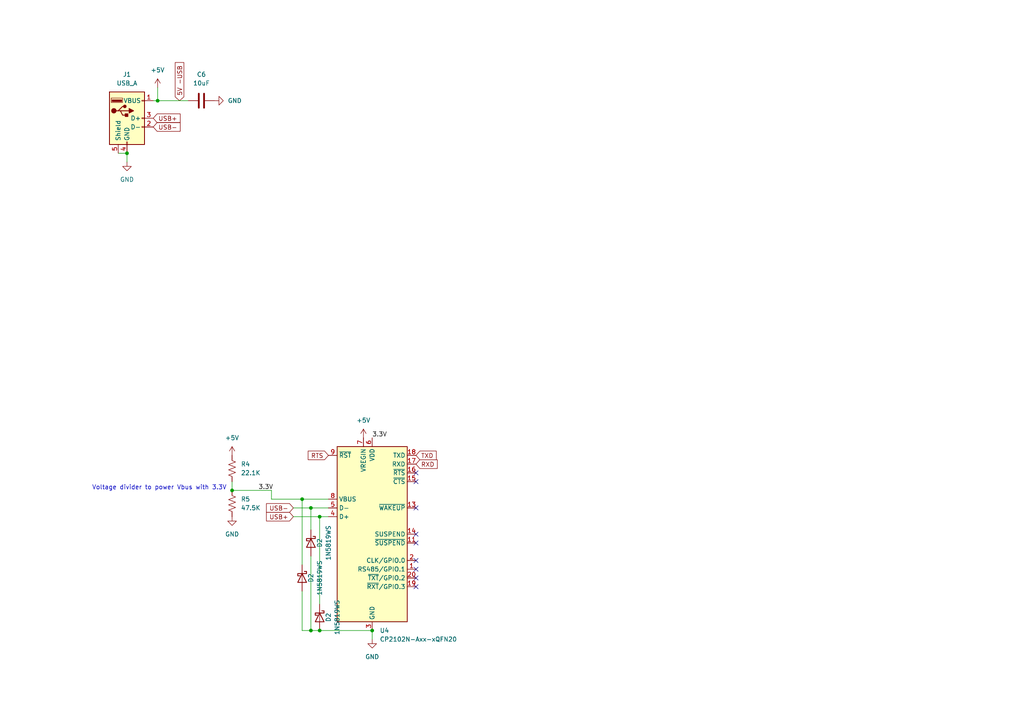
<source format=kicad_sch>
(kicad_sch (version 20230121) (generator eeschema)
  (paper "A4")
  (lib_symbols
    (symbol "Connector:USB_A" (pin_names (offset 1.016))
      (property "Reference" "J" (at -5.08 11.43 0))
      (property "Value" "USB_A" (at -5.08 8.89 0))
      (symbol "USB_A_0_1"
        (rectangle (start -5.08 -7.62) (end 5.08 7.62) (stroke (width 0.254)) (fill (type background)))
        (circle (center -3.81 2.159) (radius 0.635) (stroke (width 0.254)) (fill (type outline)))
        (rectangle (start -1.524 4.826) (end -4.318 5.334) (fill (type outline)))
        (rectangle (start -1.27 4.572) (end -4.572 5.842))
        (circle (center -0.635 3.429) (radius 0.381) (stroke (width 0.254)) (fill (type outline)))
        (rectangle (start -0.127 -7.62) (end 0.127 -6.858))
        (polyline (pts (xy -3.175 2.159) (xy -2.54 2.159) (xy -1.27 3.429) (xy -0.635 3.429)) (stroke (width 0.254)))
        (polyline (pts (xy -2.54 2.159) (xy -1.905 2.159) (xy -1.27 0.889) (xy 0 0.889)) (stroke (width 0.254)))
        (polyline (pts (xy 0.635 2.794) (xy 0.635 1.524) (xy 1.905 2.159) (xy 0.635 2.794)) (stroke (width 0.254)) (fill (type outline)))
        (rectangle (start 0.254 1.27) (end -0.508 0.508) (stroke (width 0.254)) (fill (type outline)))
        (rectangle (start 5.08 -2.667) (end 4.318 -2.413))
        (rectangle (start 5.08 -0.127) (end 4.318 0.127))
        (rectangle (start 5.08 4.953) (end 4.318 5.207))
      )
      (symbol "USB_A_1_1"
        (polyline (pts (xy -1.905 2.159) (xy 0.635 2.159)) (stroke (width 0.254)))
        (pin power_in line (at 7.62 5.08 180) (length 2.54) (name "VBUS") (number "1"))
        (pin bidirectional line (at 7.62 -2.54 180) (length 2.54) (name "D-") (number "2"))
        (pin bidirectional line (at 7.62 0 180) (length 2.54) (name "D+") (number "3"))
        (pin power_in line (at 0 -10.16 90) (length 2.54) (name "GND") (number "4"))
        (pin passive line (at -2.54 -10.16 90) (length 2.54) (name "Shield") (number "5"))
      )
    )
    (symbol "Device:C" (pin_numbers hide) (pin_names (offset 0.254))
      (property "Reference" "C" (at 0.635 2.54 0))
      (property "Value" "C" (at 0.635 -2.54 0))
      (symbol "C_0_1"
        (polyline (pts (xy -2.032 -0.762) (xy 2.032 -0.762)) (stroke (width 0.508)))
        (polyline (pts (xy -2.032 0.762) (xy 2.032 0.762)) (stroke (width 0.508)))
      )
      (symbol "C_1_1"
        (pin passive line (at 0 3.81 270) (length 2.794) (name "~") (number "1"))
        (pin passive line (at 0 -3.81 90) (length 2.794) (name "~") (number "2"))
      )
    )
    (symbol "Device:R_US" (pin_numbers hide) (pin_names (offset 0))
      (property "Reference" "R" (at 2.54 0 90))
      (property "Value" "R_US" (at -2.54 0 90))
      (symbol "R_US_0_1"
        (polyline (pts (xy 0 -2.286) (xy 0 -2.54)))
        (polyline (pts (xy 0 2.286) (xy 0 2.54)))
        (polyline (pts (xy 0 -0.762) (xy 1.016 -1.143) (xy 0 -1.524) (xy -1.016 -1.905) (xy 0 -2.286)))
        (polyline (pts (xy 0 0.762) (xy 1.016 0.381) (xy 0 0) (xy -1.016 -0.381) (xy 0 -0.762)))
        (polyline (pts (xy 0 2.286) (xy 1.016 1.905) (xy 0 1.524) (xy -1.016 1.143) (xy 0 0.762)))
      )
      (symbol "R_US_1_1"
        (pin passive line (at 0 3.81 270) (length 1.27) (name "~") (number "1"))
        (pin passive line (at 0 -3.81 90) (length 1.27) (name "~") (number "2"))
      )
    )
    (symbol "Diode:1N5819WS" (pin_numbers hide) (pin_names (offset 1.016) hide)
      (property "Reference" "D" (at 0 2.54 0))
      (property "Value" "1N5819WS" (at 0 -2.54 0))
      (symbol "1N5819WS_0_1"
        (polyline (pts (xy 1.27 0) (xy -1.27 0)))
        (polyline (pts (xy 1.27 1.27) (xy 1.27 -1.27) (xy -1.27 0) (xy 1.27 1.27)) (stroke (width 0.254)))
        (polyline (pts (xy -1.905 0.635) (xy -1.905 1.27) (xy -1.27 1.27) (xy -1.27 -1.27) (xy -0.635 -1.27) (xy -0.635 -0.635)) (stroke (width 0.254)))
      )
      (symbol "1N5819WS_1_1"
        (pin passive line (at -3.81 0 0) (length 2.54) (name "K") (number "1"))
        (pin passive line (at 3.81 0 180) (length 2.54) (name "A") (number "2"))
      )
    )
    (symbol "Interface_USB:CP2102N-Axx-xQFN20"
      (property "Reference" "U" (at -8.89 26.67 0))
      (property "Value" "CP2102N-Axx-xQFN20" (at 12.7 26.67 0))
      (symbol "CP2102N-Axx-xQFN20_0_1"
        (rectangle (start -10.16 25.4) (end 10.16 -25.4) (stroke (width 0.254)) (fill (type background)))
      )
      (symbol "CP2102N-Axx-xQFN20_1_1"
        (pin bidirectional line (at 12.7 -10.16 180) (length 2.54) (name "RS485/GPIO.1") (number "1"))
        (pin no_connect line (at -10.16 -22.86 0) (length 2.54) hide (name "NC") (number "10"))
        (pin output line (at 12.7 -2.54 180) (length 2.54) (name "~{SUSPEND}") (number "11"))
        (pin passive line (at 0 -27.94 90) (length 2.54) hide (name "GND") (number "12"))
        (pin input line (at 12.7 7.62 180) (length 2.54) (name "~{WAKEUP}") (number "13"))
        (pin output line (at 12.7 0 180) (length 2.54) (name "SUSPEND") (number "14"))
        (pin input line (at 12.7 15.24 180) (length 2.54) (name "~{CTS}") (number "15"))
        (pin output line (at 12.7 17.78 180) (length 2.54) (name "~{RTS}") (number "16"))
        (pin input line (at 12.7 20.32 180) (length 2.54) (name "RXD") (number "17"))
        (pin output line (at 12.7 22.86 180) (length 2.54) (name "TXD") (number "18"))
        (pin bidirectional line (at 12.7 -15.24 180) (length 2.54) (name "~{RXT}/GPIO.3") (number "19"))
        (pin bidirectional line (at 12.7 -7.62 180) (length 2.54) (name "CLK/GPIO.0") (number "2"))
        (pin bidirectional line (at 12.7 -12.7 180) (length 2.54) (name "~{TXT}/GPIO.2") (number "20"))
        (pin passive line (at 0 -27.94 90) (length 2.54) hide (name "GND") (number "21"))
        (pin power_in line (at 0 -27.94 90) (length 2.54) (name "GND") (number "3"))
        (pin bidirectional line (at -12.7 5.08 0) (length 2.54) (name "D+") (number "4"))
        (pin bidirectional line (at -12.7 7.62 0) (length 2.54) (name "D-") (number "5"))
        (pin power_in line (at 0 27.94 270) (length 2.54) (name "VDD") (number "6"))
        (pin power_in line (at -2.54 27.94 270) (length 2.54) (name "VREGIN") (number "7"))
        (pin input line (at -12.7 10.16 0) (length 2.54) (name "VBUS") (number "8"))
        (pin input line (at -12.7 22.86 0) (length 2.54) (name "~{RST}") (number "9"))
      )
    )
    (symbol "power:+5V" (power) (pin_names (offset 0))
      (property "Value" "+5V" (at 0 3.556 0))
      (symbol "+5V_0_1"
        (polyline (pts (xy -0.762 1.27) (xy 0 2.54)))
        (polyline (pts (xy 0 0) (xy 0 2.54)))
        (polyline (pts (xy 0 2.54) (xy 0.762 1.27)))
      )
      (symbol "+5V_1_1"
        (pin power_in line (at 0 0 90) (length 0) hide (name "+5V") (number "1"))
      )
    )
    (symbol "power:GND" (power) (pin_names (offset 0))
      (property "Value" "GND" (at 0 -3.81 0))
      (symbol "GND_0_1"
        (polyline (pts (xy 0 0) (xy 0 -1.27) (xy 1.27 -1.27) (xy 0 -2.54) (xy -1.27 -1.27) (xy 0 -1.27)))
      )
      (symbol "GND_1_1"
        (pin power_in line (at 0 0 270) (length 0) hide (name "GND") (number "1"))
      )
    )
  )
  (junction (at 92.71 182.88))
  (junction (at 90.17 147.32))
  (junction (at 90.17 182.88))
  (junction (at 67.31 142.24))
  (junction (at 36.83 44.45))
  (junction (at 107.95 182.88))
  (junction (at 92.71 149.86))
  (junction (at 87.63 144.78))
  (junction (at 45.72 29.21))
  (no_connect (at 120.65 157.48))
  (no_connect (at 120.65 137.16))
  (no_connect (at 120.65 154.94))
  (no_connect (at 120.65 162.56))
  (no_connect (at 120.65 170.18))
  (no_connect (at 120.65 147.32))
  (no_connect (at 120.65 165.1))
  (no_connect (at 120.65 139.7))
  (no_connect (at 120.65 167.64))
  (wire (pts (xy 107.95 182.88) (xy 107.95 185.42)))
  (wire (pts (xy 87.63 144.78) (xy 78.74 144.78)))
  (wire (pts (xy 45.72 29.21) (xy 44.45 29.21)))
  (wire (pts (xy 87.63 144.78) (xy 95.25 144.78)))
  (wire (pts (xy 92.71 182.88) (xy 107.95 182.88)))
  (wire (pts (xy 85.09 149.86) (xy 92.71 149.86)))
  (wire (pts (xy 90.17 182.88) (xy 87.63 182.88)))
  (wire (pts (xy 45.72 25.4) (xy 45.72 29.21)))
  (wire (pts (xy 45.72 29.21) (xy 54.61 29.21)))
  (wire (pts (xy 34.29 44.45) (xy 36.83 44.45)))
  (wire (pts (xy 87.63 144.78) (xy 87.63 163.83)))
  (wire (pts (xy 90.17 161.29) (xy 90.17 182.88)))
  (wire (pts (xy 90.17 147.32) (xy 90.17 153.67)))
  (wire (pts (xy 67.31 142.24) (xy 78.74 142.24)))
  (wire (pts (xy 92.71 149.86) (xy 95.25 149.86)))
  (wire (pts (xy 78.74 144.78) (xy 78.74 142.24)))
  (wire (pts (xy 90.17 147.32) (xy 95.25 147.32)))
  (wire (pts (xy 87.63 171.45) (xy 87.63 182.88)))
  (wire (pts (xy 36.83 44.45) (xy 36.83 46.99)))
  (wire (pts (xy 92.71 149.86) (xy 92.71 175.26)))
  (wire (pts (xy 85.09 147.32) (xy 90.17 147.32)))
  (wire (pts (xy 90.17 182.88) (xy 92.71 182.88)))
  (wire (pts (xy 67.31 139.7) (xy 67.31 142.24)))
  (text "Voltage divider to power Vbus with 3.3V\n" (at 26.67 142.24 0) (effects (font (size 1.27 1.27)) (justify left bottom)))
  (label "3.3V" (at 74.93 142.24 0))
  (label "3.3V" (at 107.95 127 0))
  (global_label "RXD" (shape input) (at 120.65 134.62 0) (property "Intersheetrefs" "${INTERSHEET_REFS}" (effects hide)))
  (global_label "5V -USB" (shape input) (at 52.07 29.21 90) (property "Intersheetrefs" "${INTERSHEET_REFS}" (effects hide)))
  (global_label "USB+" (shape input) (at 85.09 149.86 180) (property "Intersheetrefs" "${INTERSHEET_REFS}" (effects hide)))
  (global_label "TXD" (shape input) (at 120.65 132.08 0) (property "Intersheetrefs" "${INTERSHEET_REFS}" (effects hide)))
  (global_label "RTS" (shape input) (at 95.25 132.08 180) (property "Intersheetrefs" "${INTERSHEET_REFS}" (effects hide)))
  (global_label "USB-" (shape input) (at 85.09 147.32 180) (property "Intersheetrefs" "${INTERSHEET_REFS}" (effects hide)))
  (global_label "USB+" (shape input) (at 44.45 34.29 0) (property "Intersheetrefs" "${INTERSHEET_REFS}" (effects hide)))
  (global_label "USB-" (shape input) (at 44.45 36.83 0) (property "Intersheetrefs" "${INTERSHEET_REFS}" (effects hide)))
  (symbol (lib_id "Connector:USB_A") (at 36.83 34.29 0) (unit 1)
    (property "Reference" "J1" (at 36.83 21.59 0))
    (property "Value" "USB_A" (at 36.83 24.13 0))
    (property "Footprint" "Connector_USB:USB_A_Receptacle_GCT_USB1046" (effects hide))
    (property "Datasheet" " ~" (effects hide))
  )
  (symbol (lib_id "power:GND") (at 107.95 185.42 0) (unit 1)
    (property "Reference" "#PWR03" (effects hide))
    (property "Value" "GND" (at 107.95 190.5 0))
    (instances (project "tool_board" (path "" (reference "#PWR03") (unit 1)) (path "" (reference "#PWR021") (unit 1))))
  )
  (symbol (lib_id "power:+5V") (at 45.72 25.4 0) (unit 1)
    (property "Reference" "#PWR01" (effects hide))
    (property "Value" "+5V" (at 45.72 20.32 0))
    (instances (project "tool_board" (path "" (reference "#PWR01") (unit 1)) (path "" (reference "#PWR011") (unit 1))))
  )
  (symbol (lib_id "Diode:1N5819WS") (at 90.17 157.48 270) (unit 1)
    (property "Reference" "D2" (at 92.71 157.48 0))
    (property "Value" "1N5819WS" (at 95.25 157.48 0))
    (property "Footprint" "Diode_SMD:D_SOD-323" (effects hide))
    (property "Datasheet" "https://datasheet.lcsc.com/lcsc/2204281430_Guangdong-Hottech-1N5819WS_C191023.pdf" (effects hide))
    (instances (project "getting-started" (path "" (reference "D2") (unit 1))) (project "tool_board" (path "" (reference "D3") (unit 1)) (path "" (reference "D6") (unit 1))) (project "powerdeliverykicad_sch" (path "" (reference "D2") (unit 1))))
  )
  (symbol (lib_id "Diode:1N5819WS") (at 92.71 179.07 270) (unit 1)
    (property "Reference" "D2" (at 95.25 179.07 0))
    (property "Value" "1N5819WS" (at 97.79 179.07 0))
    (property "Footprint" "Diode_SMD:D_SOD-323" (effects hide))
    (property "Datasheet" "https://datasheet.lcsc.com/lcsc/2204281430_Guangdong-Hottech-1N5819WS_C191023.pdf" (effects hide))
    (instances (project "getting-started" (path "" (reference "D2") (unit 1))) (project "tool_board" (path "" (reference "D3") (unit 1)) (path "" (reference "D7") (unit 1))) (project "powerdeliverykicad_sch" (path "" (reference "D2") (unit 1))))
  )
  (symbol (lib_id "Interface_USB:CP2102N-Axx-xQFN20") (at 107.95 154.94 0) (unit 1)
    (property "Reference" "U4" (at 110.1441 182.88 0) (effects (justify left)))
    (property "Value" "CP2102N-Axx-xQFN20" (at 110.1441 185.42 0) (effects (justify left)))
    (property "Footprint" "Package_LGA:LGA-16_3x3mm_P0.5mm_LayoutBorder3x5y" (effects hide))
    (property "Datasheet" "https://www.silabs.com/documents/public/data-sheets/cp2102n-datasheet.pdf" (effects hide))
  )
  (symbol (lib_id "power:+5V") (at 105.41 127 0) (unit 1)
    (property "Reference" "#PWR01" (effects hide))
    (property "Value" "+5V" (at 105.41 121.92 0))
    (instances (project "tool_board" (path "" (reference "#PWR01") (unit 1)) (path "" (reference "#PWR024") (unit 1))))
  )
  (symbol (lib_id "power:GND") (at 67.31 149.86 0) (unit 1)
    (property "Reference" "#PWR03" (effects hide))
    (property "Value" "GND" (at 67.31 154.94 0))
    (instances (project "tool_board" (path "" (reference "#PWR03") (unit 1)) (path "" (reference "#PWR022") (unit 1))))
  )
  (symbol (lib_id "Device:C") (at 58.42 29.21 90) (unit 1)
    (property "Reference" "C6" (at 58.42 21.59 90))
    (property "Value" "10uF" (at 58.42 24.13 90))
    (property "Footprint" "Capacitor_SMD:C_0805_2012Metric_Pad1.18x1.45mm_HandSolder" (effects hide))
    (instances (project "tool_board" (path "" (reference "C6") (unit 1)) (path "" (reference "C10") (unit 1))))
  )
  (symbol (lib_id "power:GND") (at 36.83 46.99 0) (unit 1)
    (property "Reference" "#PWR03" (effects hide))
    (property "Value" "GND" (at 36.83 52.07 0))
    (instances (project "tool_board" (path "" (reference "#PWR03") (unit 1)) (path "" (reference "#PWR012") (unit 1))))
  )
  (symbol (lib_id "power:GND") (at 62.23 29.21 90) (unit 1)
    (property "Reference" "#PWR03" (effects hide))
    (property "Value" "GND" (at 66.04 29.21 90) (effects (justify right)))
    (instances (project "tool_board" (path "" (reference "#PWR03") (unit 1)) (path "" (reference "#PWR013") (unit 1))))
  )
  (symbol (lib_id "Diode:1N5819WS") (at 87.63 167.64 270) (unit 1)
    (property "Reference" "D2" (at 90.17 167.64 0))
    (property "Value" "1N5819WS" (at 92.71 167.64 0))
    (property "Footprint" "Diode_SMD:D_SOD-323" (effects hide))
    (property "Datasheet" "https://datasheet.lcsc.com/lcsc/2204281430_Guangdong-Hottech-1N5819WS_C191023.pdf" (effects hide))
    (instances (project "getting-started" (path "" (reference "D2") (unit 1))) (project "tool_board" (path "" (reference "D3") (unit 1)) (path "" (reference "D5") (unit 1))) (project "powerdeliverykicad_sch" (path "" (reference "D2") (unit 1))))
  )
  (symbol (lib_id "Device:R_US") (at 67.31 146.05 0) (unit 1)
    (property "Reference" "R5" (at 69.85 144.78 0) (effects (justify left)))
    (property "Value" "47.5K" (at 69.85 147.32 0) (effects (justify left)))
    (property "Footprint" "Resistor_SMD:R_0612_1632Metric_Pad1.18x3.40mm_HandSolder" (effects hide))
  )
  (symbol (lib_id "Device:R_US") (at 67.31 135.89 0) (unit 1)
    (property "Reference" "R4" (at 69.85 134.62 0) (effects (justify left)))
    (property "Value" "22.1K" (at 69.85 137.16 0) (effects (justify left)))
    (property "Footprint" "Resistor_SMD:R_0612_1632Metric_Pad1.18x3.40mm_HandSolder" (effects hide))
  )
  (symbol (lib_id "power:+5V") (at 67.31 132.08 0) (unit 1)
    (property "Reference" "#PWR01" (effects hide))
    (property "Value" "+5V" (at 67.31 127 0))
    (instances (project "tool_board" (path "" (reference "#PWR01") (unit 1)) (path "" (reference "#PWR023") (unit 1))))
  )
)
</source>
